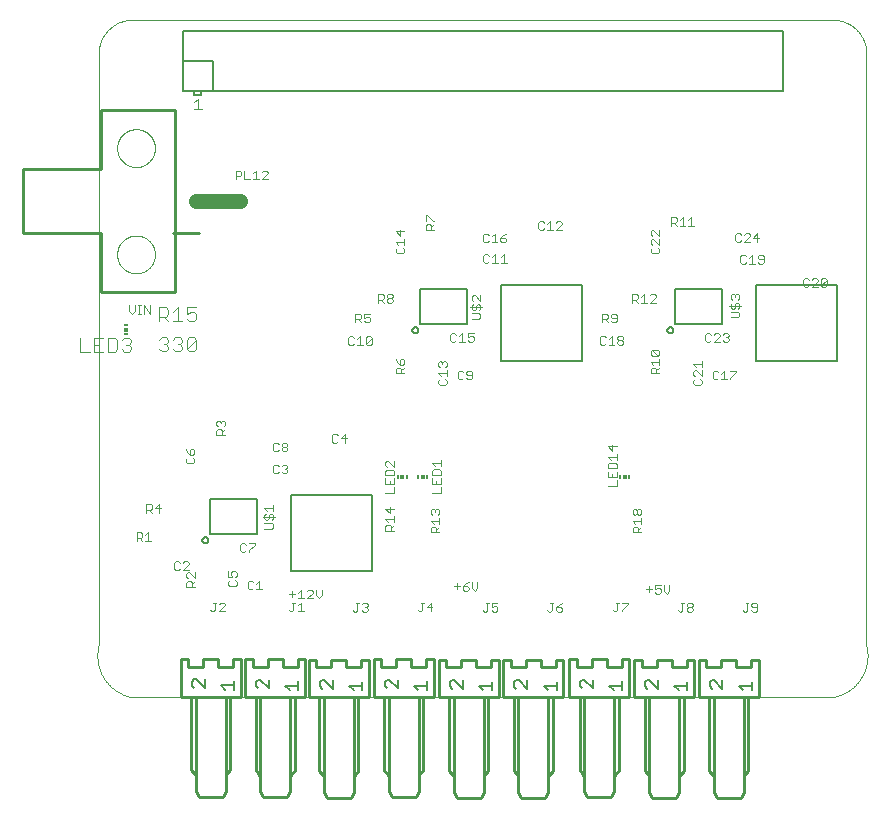
<source format=gto>
G75*
%MOIN*%
%OFA0B0*%
%FSLAX25Y25*%
%IPPOS*%
%LPD*%
%AMOC8*
5,1,8,0,0,1.08239X$1,22.5*
%
%ADD10C,0.00100*%
%ADD11C,0.00300*%
%ADD12C,0.00500*%
%ADD13C,0.00400*%
%ADD14C,0.05000*%
%ADD15C,0.01000*%
%ADD16C,0.00000*%
%ADD17C,0.00700*%
%ADD18R,0.00591X0.01181*%
%ADD19R,0.01181X0.01181*%
%ADD20R,0.01181X0.00591*%
D10*
X0038731Y0035000D02*
X0270731Y0035000D01*
X0271073Y0035045D01*
X0271413Y0035098D01*
X0271752Y0035160D01*
X0272090Y0035230D01*
X0272425Y0035309D01*
X0272759Y0035395D01*
X0273091Y0035490D01*
X0273420Y0035593D01*
X0273746Y0035704D01*
X0274070Y0035823D01*
X0274390Y0035949D01*
X0274708Y0036084D01*
X0275022Y0036226D01*
X0275332Y0036376D01*
X0275639Y0036534D01*
X0275941Y0036698D01*
X0276240Y0036871D01*
X0276534Y0037050D01*
X0276824Y0037237D01*
X0277109Y0037431D01*
X0277390Y0037632D01*
X0277665Y0037839D01*
X0277935Y0038053D01*
X0278200Y0038274D01*
X0278459Y0038501D01*
X0278713Y0038735D01*
X0278961Y0038974D01*
X0279203Y0039220D01*
X0279438Y0039471D01*
X0279668Y0039728D01*
X0279891Y0039991D01*
X0280108Y0040259D01*
X0280318Y0040532D01*
X0280522Y0040811D01*
X0280718Y0041094D01*
X0280908Y0041382D01*
X0281090Y0041674D01*
X0281265Y0041971D01*
X0281433Y0042272D01*
X0281593Y0042578D01*
X0281746Y0042887D01*
X0281891Y0043199D01*
X0282029Y0043515D01*
X0282159Y0043835D01*
X0282281Y0044157D01*
X0282395Y0044483D01*
X0282501Y0044811D01*
X0282599Y0045141D01*
X0282688Y0045474D01*
X0282770Y0045809D01*
X0282843Y0046146D01*
X0282908Y0046484D01*
X0282965Y0046824D01*
X0283014Y0047166D01*
X0283054Y0047508D01*
X0283085Y0047851D01*
X0283109Y0048195D01*
X0283123Y0048540D01*
X0283130Y0048884D01*
X0283128Y0049229D01*
X0283117Y0049574D01*
X0283098Y0049918D01*
X0283071Y0050261D01*
X0283035Y0050604D01*
X0282991Y0050946D01*
X0282938Y0051287D01*
X0282877Y0051626D01*
X0282808Y0051964D01*
X0282731Y0052300D01*
X0282731Y0248900D01*
X0282745Y0249176D01*
X0282753Y0249453D01*
X0282753Y0249729D01*
X0282747Y0250006D01*
X0282735Y0250282D01*
X0282715Y0250558D01*
X0282689Y0250834D01*
X0282656Y0251109D01*
X0282616Y0251382D01*
X0282569Y0251655D01*
X0282516Y0251927D01*
X0282457Y0252197D01*
X0282390Y0252466D01*
X0282317Y0252733D01*
X0282238Y0252998D01*
X0282152Y0253261D01*
X0282060Y0253521D01*
X0281961Y0253780D01*
X0281856Y0254036D01*
X0281745Y0254289D01*
X0281627Y0254540D01*
X0281504Y0254787D01*
X0281374Y0255032D01*
X0281239Y0255273D01*
X0281097Y0255511D01*
X0280950Y0255745D01*
X0280797Y0255976D01*
X0280639Y0256203D01*
X0280475Y0256426D01*
X0280305Y0256645D01*
X0280131Y0256859D01*
X0279951Y0257069D01*
X0279766Y0257275D01*
X0279576Y0257476D01*
X0279381Y0257673D01*
X0279182Y0257865D01*
X0278977Y0258051D01*
X0278769Y0258233D01*
X0278555Y0258409D01*
X0278338Y0258581D01*
X0278117Y0258746D01*
X0277891Y0258907D01*
X0277662Y0259062D01*
X0277429Y0259211D01*
X0277192Y0259354D01*
X0276952Y0259491D01*
X0276708Y0259623D01*
X0276462Y0259749D01*
X0276212Y0259868D01*
X0275960Y0259982D01*
X0275705Y0260089D01*
X0275447Y0260190D01*
X0275187Y0260284D01*
X0274925Y0260372D01*
X0274660Y0260454D01*
X0274394Y0260529D01*
X0274126Y0260598D01*
X0273856Y0260660D01*
X0273585Y0260715D01*
X0273313Y0260764D01*
X0273039Y0260806D01*
X0272765Y0260841D01*
X0272490Y0260870D01*
X0272214Y0260892D01*
X0271938Y0260907D01*
X0271661Y0260915D01*
X0271384Y0260917D01*
X0271108Y0260912D01*
X0270831Y0260900D01*
X0038831Y0260900D01*
X0038830Y0260900D02*
X0038554Y0260914D01*
X0038277Y0260922D01*
X0038001Y0260922D01*
X0037724Y0260916D01*
X0037448Y0260904D01*
X0037172Y0260884D01*
X0036896Y0260858D01*
X0036621Y0260825D01*
X0036348Y0260785D01*
X0036075Y0260738D01*
X0035803Y0260685D01*
X0035533Y0260626D01*
X0035264Y0260559D01*
X0034997Y0260486D01*
X0034732Y0260407D01*
X0034469Y0260321D01*
X0034209Y0260229D01*
X0033950Y0260130D01*
X0033694Y0260025D01*
X0033441Y0259914D01*
X0033190Y0259796D01*
X0032943Y0259673D01*
X0032698Y0259543D01*
X0032457Y0259408D01*
X0032219Y0259266D01*
X0031985Y0259119D01*
X0031754Y0258966D01*
X0031527Y0258808D01*
X0031304Y0258644D01*
X0031085Y0258474D01*
X0030871Y0258300D01*
X0030661Y0258120D01*
X0030455Y0257935D01*
X0030254Y0257745D01*
X0030057Y0257550D01*
X0029865Y0257351D01*
X0029679Y0257146D01*
X0029497Y0256938D01*
X0029321Y0256724D01*
X0029149Y0256507D01*
X0028984Y0256286D01*
X0028823Y0256060D01*
X0028668Y0255831D01*
X0028519Y0255598D01*
X0028376Y0255361D01*
X0028239Y0255121D01*
X0028107Y0254877D01*
X0027981Y0254631D01*
X0027862Y0254381D01*
X0027748Y0254129D01*
X0027641Y0253874D01*
X0027540Y0253616D01*
X0027446Y0253356D01*
X0027358Y0253094D01*
X0027276Y0252829D01*
X0027201Y0252563D01*
X0027132Y0252295D01*
X0027070Y0252025D01*
X0027015Y0251754D01*
X0026966Y0251482D01*
X0026924Y0251208D01*
X0026889Y0250934D01*
X0026860Y0250659D01*
X0026838Y0250383D01*
X0026823Y0250107D01*
X0026815Y0249830D01*
X0026813Y0249553D01*
X0026818Y0249277D01*
X0026830Y0249000D01*
X0026831Y0249000D02*
X0026831Y0052400D01*
X0026751Y0052064D01*
X0026680Y0051727D01*
X0026617Y0051387D01*
X0026562Y0051047D01*
X0026515Y0050705D01*
X0026477Y0050362D01*
X0026447Y0050018D01*
X0026426Y0049673D01*
X0026413Y0049328D01*
X0026409Y0048983D01*
X0026413Y0048638D01*
X0026426Y0048293D01*
X0026447Y0047949D01*
X0026476Y0047605D01*
X0026514Y0047262D01*
X0026560Y0046920D01*
X0026615Y0046579D01*
X0026678Y0046239D01*
X0026749Y0045902D01*
X0026828Y0045566D01*
X0026916Y0045232D01*
X0027012Y0044900D01*
X0027116Y0044571D01*
X0027228Y0044245D01*
X0027348Y0043921D01*
X0027476Y0043601D01*
X0027611Y0043283D01*
X0027755Y0042969D01*
X0027906Y0042659D01*
X0028064Y0042352D01*
X0028230Y0042050D01*
X0028404Y0041751D01*
X0028584Y0041457D01*
X0028772Y0041168D01*
X0028967Y0040883D01*
X0029169Y0040603D01*
X0029377Y0040328D01*
X0029592Y0040058D01*
X0029814Y0039793D01*
X0030042Y0039534D01*
X0030277Y0039281D01*
X0030518Y0039034D01*
X0030764Y0038792D01*
X0031017Y0038557D01*
X0031275Y0038328D01*
X0031538Y0038105D01*
X0031807Y0037889D01*
X0032082Y0037679D01*
X0032361Y0037476D01*
X0032645Y0037280D01*
X0032934Y0037092D01*
X0033227Y0036910D01*
X0033525Y0036735D01*
X0033827Y0036568D01*
X0034133Y0036409D01*
X0034443Y0036256D01*
X0034756Y0036112D01*
X0035073Y0035975D01*
X0035393Y0035846D01*
X0035717Y0035725D01*
X0036043Y0035612D01*
X0036372Y0035507D01*
X0036703Y0035410D01*
X0037036Y0035321D01*
X0037372Y0035240D01*
X0037709Y0035168D01*
X0038048Y0035104D01*
X0038389Y0035048D01*
X0038731Y0035000D01*
D11*
X0064566Y0063756D02*
X0065049Y0063756D01*
X0065533Y0064240D01*
X0065533Y0066658D01*
X0065049Y0066658D02*
X0066017Y0066658D01*
X0067028Y0066175D02*
X0067512Y0066658D01*
X0068480Y0066658D01*
X0068963Y0066175D01*
X0068963Y0065691D01*
X0067028Y0063756D01*
X0068963Y0063756D01*
X0064566Y0063756D02*
X0064082Y0064240D01*
X0058981Y0071850D02*
X0056078Y0071850D01*
X0056078Y0073301D01*
X0056562Y0073785D01*
X0057529Y0073785D01*
X0058013Y0073301D01*
X0058013Y0071850D01*
X0058013Y0072817D02*
X0058981Y0073785D01*
X0058981Y0074797D02*
X0057046Y0076731D01*
X0056562Y0076731D01*
X0056078Y0076248D01*
X0056078Y0075280D01*
X0056562Y0074797D01*
X0058981Y0074797D02*
X0058981Y0076731D01*
X0056862Y0077450D02*
X0054927Y0077450D01*
X0056862Y0079385D01*
X0056862Y0079869D01*
X0056378Y0080352D01*
X0055411Y0080352D01*
X0054927Y0079869D01*
X0053916Y0079869D02*
X0053432Y0080352D01*
X0052464Y0080352D01*
X0051981Y0079869D01*
X0051981Y0077934D01*
X0052464Y0077450D01*
X0053432Y0077450D01*
X0053916Y0077934D01*
X0044369Y0087150D02*
X0042434Y0087150D01*
X0043402Y0087150D02*
X0043402Y0090052D01*
X0042434Y0089085D01*
X0041423Y0089569D02*
X0041423Y0088601D01*
X0040939Y0088117D01*
X0039488Y0088117D01*
X0039488Y0087150D02*
X0039488Y0090052D01*
X0040939Y0090052D01*
X0041423Y0089569D01*
X0040455Y0088117D02*
X0041423Y0087150D01*
X0042688Y0096650D02*
X0042688Y0099552D01*
X0044139Y0099552D01*
X0044623Y0099069D01*
X0044623Y0098101D01*
X0044139Y0097617D01*
X0042688Y0097617D01*
X0043655Y0097617D02*
X0044623Y0096650D01*
X0045634Y0098101D02*
X0047569Y0098101D01*
X0047085Y0096650D02*
X0047085Y0099552D01*
X0045634Y0098101D01*
X0056262Y0113050D02*
X0058197Y0113050D01*
X0058681Y0113534D01*
X0058681Y0114501D01*
X0058197Y0114985D01*
X0058197Y0115997D02*
X0058681Y0116480D01*
X0058681Y0117448D01*
X0058197Y0117931D01*
X0057713Y0117931D01*
X0057229Y0117448D01*
X0057229Y0115997D01*
X0058197Y0115997D01*
X0057229Y0115997D02*
X0056262Y0116964D01*
X0055778Y0117931D01*
X0056262Y0114985D02*
X0055778Y0114501D01*
X0055778Y0113534D01*
X0056262Y0113050D01*
X0066078Y0122450D02*
X0066078Y0123901D01*
X0066562Y0124385D01*
X0067529Y0124385D01*
X0068013Y0123901D01*
X0068013Y0122450D01*
X0068013Y0123417D02*
X0068981Y0124385D01*
X0068497Y0125397D02*
X0068981Y0125880D01*
X0068981Y0126848D01*
X0068497Y0127331D01*
X0068013Y0127331D01*
X0067529Y0126848D01*
X0067529Y0126364D01*
X0067529Y0126848D02*
X0067046Y0127331D01*
X0066562Y0127331D01*
X0066078Y0126848D01*
X0066078Y0125880D01*
X0066562Y0125397D01*
X0066078Y0122450D02*
X0068981Y0122450D01*
X0084881Y0119469D02*
X0084881Y0117534D01*
X0085364Y0117050D01*
X0086332Y0117050D01*
X0086816Y0117534D01*
X0087827Y0117534D02*
X0087827Y0118017D01*
X0088311Y0118501D01*
X0089278Y0118501D01*
X0089762Y0118017D01*
X0089762Y0117534D01*
X0089278Y0117050D01*
X0088311Y0117050D01*
X0087827Y0117534D01*
X0088311Y0118501D02*
X0087827Y0118985D01*
X0087827Y0119469D01*
X0088311Y0119952D01*
X0089278Y0119952D01*
X0089762Y0119469D01*
X0089762Y0118985D01*
X0089278Y0118501D01*
X0086816Y0119469D02*
X0086332Y0119952D01*
X0085364Y0119952D01*
X0084881Y0119469D01*
X0085364Y0112652D02*
X0084881Y0112169D01*
X0084881Y0110234D01*
X0085364Y0109750D01*
X0086332Y0109750D01*
X0086816Y0110234D01*
X0087827Y0110234D02*
X0088311Y0109750D01*
X0089278Y0109750D01*
X0089762Y0110234D01*
X0089762Y0110717D01*
X0089278Y0111201D01*
X0088795Y0111201D01*
X0089278Y0111201D02*
X0089762Y0111685D01*
X0089762Y0112169D01*
X0089278Y0112652D01*
X0088311Y0112652D01*
X0087827Y0112169D01*
X0086816Y0112169D02*
X0086332Y0112652D01*
X0085364Y0112652D01*
X0084981Y0099138D02*
X0084981Y0097203D01*
X0084981Y0098171D02*
X0082078Y0098171D01*
X0083046Y0097203D01*
X0082562Y0096192D02*
X0082078Y0095708D01*
X0082078Y0094741D01*
X0082562Y0094257D01*
X0083046Y0094257D01*
X0083529Y0094741D01*
X0083529Y0095708D01*
X0084013Y0096192D01*
X0084497Y0096192D01*
X0084981Y0095708D01*
X0084981Y0094741D01*
X0084497Y0094257D01*
X0084497Y0093245D02*
X0082078Y0093245D01*
X0082078Y0091310D02*
X0084497Y0091310D01*
X0084981Y0091794D01*
X0084981Y0092762D01*
X0084497Y0093245D01*
X0085464Y0095224D02*
X0081594Y0095224D01*
X0078862Y0086452D02*
X0078862Y0085969D01*
X0076927Y0084034D01*
X0076927Y0083550D01*
X0075916Y0084034D02*
X0075432Y0083550D01*
X0074464Y0083550D01*
X0073981Y0084034D01*
X0073981Y0085969D01*
X0074464Y0086452D01*
X0075432Y0086452D01*
X0075916Y0085969D01*
X0076927Y0086452D02*
X0078862Y0086452D01*
X0072397Y0077038D02*
X0072881Y0076555D01*
X0072881Y0075587D01*
X0072397Y0075103D01*
X0071429Y0075103D02*
X0070946Y0076071D01*
X0070946Y0076555D01*
X0071429Y0077038D01*
X0072397Y0077038D01*
X0071429Y0075103D02*
X0069978Y0075103D01*
X0069978Y0077038D01*
X0070462Y0074092D02*
X0069978Y0073608D01*
X0069978Y0072641D01*
X0070462Y0072157D01*
X0072397Y0072157D01*
X0072881Y0072641D01*
X0072881Y0073608D01*
X0072397Y0074092D01*
X0076481Y0073469D02*
X0076481Y0071534D01*
X0076964Y0071050D01*
X0077932Y0071050D01*
X0078416Y0071534D01*
X0079427Y0071050D02*
X0081362Y0071050D01*
X0080395Y0071050D02*
X0080395Y0073952D01*
X0079427Y0072985D01*
X0078416Y0073469D02*
X0077932Y0073952D01*
X0076964Y0073952D01*
X0076481Y0073469D01*
X0090381Y0069501D02*
X0092316Y0069501D01*
X0093327Y0069985D02*
X0094295Y0070952D01*
X0094295Y0068050D01*
X0095262Y0068050D02*
X0093327Y0068050D01*
X0094196Y0066658D02*
X0094196Y0063756D01*
X0095163Y0063756D02*
X0093228Y0063756D01*
X0091733Y0064240D02*
X0091249Y0063756D01*
X0090766Y0063756D01*
X0090282Y0064240D01*
X0091733Y0064240D02*
X0091733Y0066658D01*
X0091249Y0066658D02*
X0092217Y0066658D01*
X0093228Y0065691D02*
X0094196Y0066658D01*
X0096274Y0068050D02*
X0098209Y0069985D01*
X0098209Y0070469D01*
X0097725Y0070952D01*
X0096757Y0070952D01*
X0096274Y0070469D01*
X0096274Y0068050D02*
X0098209Y0068050D01*
X0099220Y0069017D02*
X0100188Y0068050D01*
X0101155Y0069017D01*
X0101155Y0070952D01*
X0099220Y0070952D02*
X0099220Y0069017D01*
X0091348Y0068534D02*
X0091348Y0070469D01*
X0111582Y0064140D02*
X0112066Y0063656D01*
X0112549Y0063656D01*
X0113033Y0064140D01*
X0113033Y0066558D01*
X0112549Y0066558D02*
X0113517Y0066558D01*
X0114528Y0066075D02*
X0115012Y0066558D01*
X0115980Y0066558D01*
X0116463Y0066075D01*
X0116463Y0065591D01*
X0115980Y0065107D01*
X0116463Y0064623D01*
X0116463Y0064140D01*
X0115980Y0063656D01*
X0115012Y0063656D01*
X0114528Y0064140D01*
X0115496Y0065107D02*
X0115980Y0065107D01*
X0133182Y0064240D02*
X0133666Y0063756D01*
X0134149Y0063756D01*
X0134633Y0064240D01*
X0134633Y0066658D01*
X0134149Y0066658D02*
X0135117Y0066658D01*
X0136128Y0065207D02*
X0137580Y0066658D01*
X0137580Y0063756D01*
X0138063Y0065207D02*
X0136128Y0065207D01*
X0145281Y0072101D02*
X0147216Y0072101D01*
X0148227Y0072101D02*
X0149678Y0072101D01*
X0150162Y0071617D01*
X0150162Y0071134D01*
X0149678Y0070650D01*
X0148711Y0070650D01*
X0148227Y0071134D01*
X0148227Y0072101D01*
X0149195Y0073069D01*
X0150162Y0073552D01*
X0151174Y0073552D02*
X0151174Y0071617D01*
X0152141Y0070650D01*
X0153109Y0071617D01*
X0153109Y0073552D01*
X0146248Y0073069D02*
X0146248Y0071134D01*
X0155849Y0066558D02*
X0156817Y0066558D01*
X0156333Y0066558D02*
X0156333Y0064140D01*
X0155849Y0063656D01*
X0155366Y0063656D01*
X0154882Y0064140D01*
X0157828Y0064140D02*
X0158312Y0063656D01*
X0159280Y0063656D01*
X0159763Y0064140D01*
X0159763Y0065107D01*
X0159280Y0065591D01*
X0158796Y0065591D01*
X0157828Y0065107D01*
X0157828Y0066558D01*
X0159763Y0066558D01*
X0176382Y0064040D02*
X0176866Y0063556D01*
X0177349Y0063556D01*
X0177833Y0064040D01*
X0177833Y0066458D01*
X0177349Y0066458D02*
X0178317Y0066458D01*
X0179328Y0065007D02*
X0180780Y0065007D01*
X0181263Y0064523D01*
X0181263Y0064040D01*
X0180780Y0063556D01*
X0179812Y0063556D01*
X0179328Y0064040D01*
X0179328Y0065007D01*
X0180296Y0065975D01*
X0181263Y0066458D01*
X0198282Y0064240D02*
X0198766Y0063756D01*
X0199249Y0063756D01*
X0199733Y0064240D01*
X0199733Y0066658D01*
X0199249Y0066658D02*
X0200217Y0066658D01*
X0201228Y0066658D02*
X0203163Y0066658D01*
X0203163Y0066175D01*
X0201228Y0064240D01*
X0201228Y0063756D01*
X0209281Y0071101D02*
X0211216Y0071101D01*
X0212227Y0071101D02*
X0213195Y0071585D01*
X0213678Y0071585D01*
X0214162Y0071101D01*
X0214162Y0070134D01*
X0213678Y0069650D01*
X0212711Y0069650D01*
X0212227Y0070134D01*
X0212227Y0071101D02*
X0212227Y0072552D01*
X0214162Y0072552D01*
X0215174Y0072552D02*
X0215174Y0070617D01*
X0216141Y0069650D01*
X0217109Y0070617D01*
X0217109Y0072552D01*
X0210248Y0072069D02*
X0210248Y0070134D01*
X0220949Y0066558D02*
X0221917Y0066558D01*
X0221433Y0066558D02*
X0221433Y0064140D01*
X0220949Y0063656D01*
X0220466Y0063656D01*
X0219982Y0064140D01*
X0222928Y0064140D02*
X0223412Y0063656D01*
X0224380Y0063656D01*
X0224863Y0064140D01*
X0224863Y0064623D01*
X0224380Y0065107D01*
X0223412Y0065107D01*
X0222928Y0065591D01*
X0222928Y0066075D01*
X0223412Y0066558D01*
X0224380Y0066558D01*
X0224863Y0066075D01*
X0224863Y0065591D01*
X0224380Y0065107D01*
X0223412Y0065107D02*
X0222928Y0064623D01*
X0222928Y0064140D01*
X0241482Y0064140D02*
X0241966Y0063656D01*
X0242449Y0063656D01*
X0242933Y0064140D01*
X0242933Y0066558D01*
X0242449Y0066558D02*
X0243417Y0066558D01*
X0244428Y0066075D02*
X0244912Y0066558D01*
X0245880Y0066558D01*
X0246363Y0066075D01*
X0246363Y0064140D01*
X0245880Y0063656D01*
X0244912Y0063656D01*
X0244428Y0064140D01*
X0244912Y0065107D02*
X0246363Y0065107D01*
X0244912Y0065107D02*
X0244428Y0065591D01*
X0244428Y0066075D01*
X0207681Y0090010D02*
X0204778Y0090010D01*
X0204778Y0091462D01*
X0205262Y0091945D01*
X0206229Y0091945D01*
X0206713Y0091462D01*
X0206713Y0090010D01*
X0206713Y0090978D02*
X0207681Y0091945D01*
X0207681Y0092957D02*
X0207681Y0094892D01*
X0207681Y0093924D02*
X0204778Y0093924D01*
X0205746Y0092957D01*
X0205746Y0095903D02*
X0205262Y0095903D01*
X0204778Y0096387D01*
X0204778Y0097355D01*
X0205262Y0097838D01*
X0205746Y0097838D01*
X0206229Y0097355D01*
X0206229Y0096387D01*
X0205746Y0095903D01*
X0206229Y0096387D02*
X0206713Y0095903D01*
X0207197Y0095903D01*
X0207681Y0096387D01*
X0207681Y0097355D01*
X0207197Y0097838D01*
X0206713Y0097838D01*
X0206229Y0097355D01*
X0199481Y0105450D02*
X0199481Y0107385D01*
X0199481Y0108397D02*
X0199481Y0110331D01*
X0199481Y0111343D02*
X0199481Y0112794D01*
X0198997Y0113278D01*
X0197062Y0113278D01*
X0196578Y0112794D01*
X0196578Y0111343D01*
X0199481Y0111343D01*
X0198029Y0109364D02*
X0198029Y0108397D01*
X0196578Y0108397D02*
X0199481Y0108397D01*
X0196578Y0108397D02*
X0196578Y0110331D01*
X0197546Y0114290D02*
X0196578Y0115257D01*
X0199481Y0115257D01*
X0199481Y0114290D02*
X0199481Y0116225D01*
X0198029Y0117236D02*
X0198029Y0119171D01*
X0196578Y0118687D02*
X0198029Y0117236D01*
X0199481Y0118687D02*
X0196578Y0118687D01*
X0196578Y0105450D02*
X0199481Y0105450D01*
X0225462Y0139210D02*
X0224978Y0139694D01*
X0224978Y0140662D01*
X0225462Y0141145D01*
X0225462Y0142157D02*
X0224978Y0142641D01*
X0224978Y0143608D01*
X0225462Y0144092D01*
X0225946Y0144092D01*
X0227881Y0142157D01*
X0227881Y0144092D01*
X0227881Y0145103D02*
X0227881Y0147038D01*
X0227881Y0146071D02*
X0224978Y0146071D01*
X0225946Y0145103D01*
X0227397Y0141145D02*
X0227881Y0140662D01*
X0227881Y0139694D01*
X0227397Y0139210D01*
X0225462Y0139210D01*
X0231481Y0141534D02*
X0231964Y0141050D01*
X0232932Y0141050D01*
X0233416Y0141534D01*
X0234427Y0141050D02*
X0236362Y0141050D01*
X0235395Y0141050D02*
X0235395Y0143952D01*
X0234427Y0142985D01*
X0233416Y0143469D02*
X0232932Y0143952D01*
X0231964Y0143952D01*
X0231481Y0143469D01*
X0231481Y0141534D01*
X0237374Y0141534D02*
X0237374Y0141050D01*
X0237374Y0141534D02*
X0239309Y0143469D01*
X0239309Y0143952D01*
X0237374Y0143952D01*
X0236325Y0153550D02*
X0235357Y0153550D01*
X0234874Y0154034D01*
X0233862Y0153550D02*
X0231927Y0153550D01*
X0233862Y0155485D01*
X0233862Y0155969D01*
X0233378Y0156452D01*
X0232411Y0156452D01*
X0231927Y0155969D01*
X0230916Y0155969D02*
X0230432Y0156452D01*
X0229464Y0156452D01*
X0228981Y0155969D01*
X0228981Y0154034D01*
X0229464Y0153550D01*
X0230432Y0153550D01*
X0230916Y0154034D01*
X0234874Y0155969D02*
X0235357Y0156452D01*
X0236325Y0156452D01*
X0236809Y0155969D01*
X0236809Y0155485D01*
X0236325Y0155001D01*
X0236809Y0154517D01*
X0236809Y0154034D01*
X0236325Y0153550D01*
X0236325Y0155001D02*
X0235841Y0155001D01*
X0237478Y0161710D02*
X0239897Y0161710D01*
X0240381Y0162194D01*
X0240381Y0163162D01*
X0239897Y0163645D01*
X0237478Y0163645D01*
X0237962Y0164657D02*
X0237478Y0165141D01*
X0237478Y0166108D01*
X0237962Y0166592D01*
X0237962Y0167603D02*
X0237478Y0168087D01*
X0237478Y0169055D01*
X0237962Y0169538D01*
X0238446Y0169538D01*
X0238929Y0169055D01*
X0239413Y0169538D01*
X0239897Y0169538D01*
X0240381Y0169055D01*
X0240381Y0168087D01*
X0239897Y0167603D01*
X0239897Y0166592D02*
X0239413Y0166592D01*
X0238929Y0166108D01*
X0238929Y0165141D01*
X0238446Y0164657D01*
X0237962Y0164657D01*
X0236994Y0165624D02*
X0240864Y0165624D01*
X0240381Y0165141D02*
X0240381Y0166108D01*
X0239897Y0166592D01*
X0240381Y0165141D02*
X0239897Y0164657D01*
X0238929Y0168571D02*
X0238929Y0169055D01*
X0241164Y0179650D02*
X0242132Y0179650D01*
X0242616Y0180134D01*
X0243627Y0179650D02*
X0245562Y0179650D01*
X0244595Y0179650D02*
X0244595Y0182552D01*
X0243627Y0181585D01*
X0242616Y0182069D02*
X0242132Y0182552D01*
X0241164Y0182552D01*
X0240681Y0182069D01*
X0240681Y0180134D01*
X0241164Y0179650D01*
X0246574Y0180134D02*
X0247057Y0179650D01*
X0248025Y0179650D01*
X0248509Y0180134D01*
X0248509Y0182069D01*
X0248025Y0182552D01*
X0247057Y0182552D01*
X0246574Y0182069D01*
X0246574Y0181585D01*
X0247057Y0181101D01*
X0248509Y0181101D01*
X0246425Y0186850D02*
X0246425Y0189752D01*
X0244974Y0188301D01*
X0246909Y0188301D01*
X0243962Y0188785D02*
X0243962Y0189269D01*
X0243478Y0189752D01*
X0242511Y0189752D01*
X0242027Y0189269D01*
X0241016Y0189269D02*
X0240532Y0189752D01*
X0239564Y0189752D01*
X0239081Y0189269D01*
X0239081Y0187334D01*
X0239564Y0186850D01*
X0240532Y0186850D01*
X0241016Y0187334D01*
X0242027Y0186850D02*
X0243962Y0188785D01*
X0243962Y0186850D02*
X0242027Y0186850D01*
X0225369Y0192250D02*
X0223434Y0192250D01*
X0224402Y0192250D02*
X0224402Y0195152D01*
X0223434Y0194185D01*
X0222423Y0192250D02*
X0220488Y0192250D01*
X0221455Y0192250D02*
X0221455Y0195152D01*
X0220488Y0194185D01*
X0219476Y0194669D02*
X0219476Y0193701D01*
X0218992Y0193217D01*
X0217541Y0193217D01*
X0217541Y0192250D02*
X0217541Y0195152D01*
X0218992Y0195152D01*
X0219476Y0194669D01*
X0218509Y0193217D02*
X0219476Y0192250D01*
X0213681Y0190878D02*
X0213681Y0188943D01*
X0211746Y0190878D01*
X0211262Y0190878D01*
X0210778Y0190394D01*
X0210778Y0189427D01*
X0211262Y0188943D01*
X0211262Y0187931D02*
X0210778Y0187448D01*
X0210778Y0186480D01*
X0211262Y0185997D01*
X0211262Y0184985D02*
X0210778Y0184501D01*
X0210778Y0183534D01*
X0211262Y0183050D01*
X0213197Y0183050D01*
X0213681Y0183534D01*
X0213681Y0184501D01*
X0213197Y0184985D01*
X0213681Y0185997D02*
X0211746Y0187931D01*
X0211262Y0187931D01*
X0213681Y0187931D02*
X0213681Y0185997D01*
X0211985Y0169552D02*
X0211018Y0169552D01*
X0210534Y0169069D01*
X0211985Y0169552D02*
X0212469Y0169069D01*
X0212469Y0168585D01*
X0210534Y0166650D01*
X0212469Y0166650D01*
X0209523Y0166650D02*
X0207588Y0166650D01*
X0208555Y0166650D02*
X0208555Y0169552D01*
X0207588Y0168585D01*
X0206576Y0169069D02*
X0206576Y0168101D01*
X0206092Y0167617D01*
X0204641Y0167617D01*
X0204641Y0166650D02*
X0204641Y0169552D01*
X0206092Y0169552D01*
X0206576Y0169069D01*
X0205609Y0167617D02*
X0206576Y0166650D01*
X0199469Y0162469D02*
X0199469Y0160534D01*
X0198985Y0160050D01*
X0198018Y0160050D01*
X0197534Y0160534D01*
X0198018Y0161501D02*
X0199469Y0161501D01*
X0199469Y0162469D02*
X0198985Y0162952D01*
X0198018Y0162952D01*
X0197534Y0162469D01*
X0197534Y0161985D01*
X0198018Y0161501D01*
X0196523Y0161501D02*
X0196039Y0161017D01*
X0194588Y0161017D01*
X0194588Y0160050D02*
X0194588Y0162952D01*
X0196039Y0162952D01*
X0196523Y0162469D01*
X0196523Y0161501D01*
X0195555Y0161017D02*
X0196523Y0160050D01*
X0195332Y0155552D02*
X0194364Y0155552D01*
X0193881Y0155069D01*
X0193881Y0153134D01*
X0194364Y0152650D01*
X0195332Y0152650D01*
X0195816Y0153134D01*
X0196827Y0152650D02*
X0198762Y0152650D01*
X0197795Y0152650D02*
X0197795Y0155552D01*
X0196827Y0154585D01*
X0195816Y0155069D02*
X0195332Y0155552D01*
X0199774Y0155069D02*
X0199774Y0154585D01*
X0200257Y0154101D01*
X0201225Y0154101D01*
X0201709Y0153617D01*
X0201709Y0153134D01*
X0201225Y0152650D01*
X0200257Y0152650D01*
X0199774Y0153134D01*
X0199774Y0153617D01*
X0200257Y0154101D01*
X0201225Y0154101D02*
X0201709Y0154585D01*
X0201709Y0155069D01*
X0201225Y0155552D01*
X0200257Y0155552D01*
X0199774Y0155069D01*
X0210778Y0150394D02*
X0211262Y0150878D01*
X0213197Y0148943D01*
X0213681Y0149427D01*
X0213681Y0150394D01*
X0213197Y0150878D01*
X0211262Y0150878D01*
X0210778Y0150394D02*
X0210778Y0149427D01*
X0211262Y0148943D01*
X0213197Y0148943D01*
X0213681Y0147931D02*
X0213681Y0145997D01*
X0213681Y0146964D02*
X0210778Y0146964D01*
X0211746Y0145997D01*
X0212229Y0144985D02*
X0212713Y0144501D01*
X0212713Y0143050D01*
X0212713Y0144017D02*
X0213681Y0144985D01*
X0212229Y0144985D02*
X0211262Y0144985D01*
X0210778Y0144501D01*
X0210778Y0143050D01*
X0213681Y0143050D01*
X0261641Y0172334D02*
X0262125Y0171850D01*
X0263092Y0171850D01*
X0263576Y0172334D01*
X0264588Y0171850D02*
X0266523Y0173785D01*
X0266523Y0174269D01*
X0266039Y0174752D01*
X0265071Y0174752D01*
X0264588Y0174269D01*
X0263576Y0174269D02*
X0263092Y0174752D01*
X0262125Y0174752D01*
X0261641Y0174269D01*
X0261641Y0172334D01*
X0264588Y0171850D02*
X0266523Y0171850D01*
X0267534Y0172334D02*
X0269469Y0174269D01*
X0269469Y0172334D01*
X0268985Y0171850D01*
X0268018Y0171850D01*
X0267534Y0172334D01*
X0267534Y0174269D01*
X0268018Y0174752D01*
X0268985Y0174752D01*
X0269469Y0174269D01*
X0181169Y0190850D02*
X0179234Y0190850D01*
X0181169Y0192785D01*
X0181169Y0193269D01*
X0180685Y0193752D01*
X0179718Y0193752D01*
X0179234Y0193269D01*
X0177255Y0193752D02*
X0177255Y0190850D01*
X0176288Y0190850D02*
X0178223Y0190850D01*
X0176288Y0192785D02*
X0177255Y0193752D01*
X0175276Y0193269D02*
X0174792Y0193752D01*
X0173825Y0193752D01*
X0173341Y0193269D01*
X0173341Y0191334D01*
X0173825Y0190850D01*
X0174792Y0190850D01*
X0175276Y0191334D01*
X0162709Y0189652D02*
X0161741Y0189169D01*
X0160774Y0188201D01*
X0162225Y0188201D01*
X0162709Y0187717D01*
X0162709Y0187234D01*
X0162225Y0186750D01*
X0161257Y0186750D01*
X0160774Y0187234D01*
X0160774Y0188201D01*
X0159762Y0186750D02*
X0157827Y0186750D01*
X0158795Y0186750D02*
X0158795Y0189652D01*
X0157827Y0188685D01*
X0156816Y0189169D02*
X0156332Y0189652D01*
X0155364Y0189652D01*
X0154881Y0189169D01*
X0154881Y0187234D01*
X0155364Y0186750D01*
X0156332Y0186750D01*
X0156816Y0187234D01*
X0156432Y0182752D02*
X0155464Y0182752D01*
X0154981Y0182269D01*
X0154981Y0180334D01*
X0155464Y0179850D01*
X0156432Y0179850D01*
X0156916Y0180334D01*
X0157927Y0179850D02*
X0159862Y0179850D01*
X0158895Y0179850D02*
X0158895Y0182752D01*
X0157927Y0181785D01*
X0156916Y0182269D02*
X0156432Y0182752D01*
X0160874Y0181785D02*
X0161841Y0182752D01*
X0161841Y0179850D01*
X0160874Y0179850D02*
X0162809Y0179850D01*
X0154081Y0169038D02*
X0154081Y0167103D01*
X0152146Y0169038D01*
X0151662Y0169038D01*
X0151178Y0168555D01*
X0151178Y0167587D01*
X0151662Y0167103D01*
X0151662Y0166092D02*
X0151178Y0165608D01*
X0151178Y0164641D01*
X0151662Y0164157D01*
X0152146Y0164157D01*
X0152629Y0164641D01*
X0152629Y0165608D01*
X0153113Y0166092D01*
X0153597Y0166092D01*
X0154081Y0165608D01*
X0154081Y0164641D01*
X0153597Y0164157D01*
X0153597Y0163145D02*
X0151178Y0163145D01*
X0151178Y0161210D02*
X0153597Y0161210D01*
X0154081Y0161694D01*
X0154081Y0162662D01*
X0153597Y0163145D01*
X0154564Y0165124D02*
X0150694Y0165124D01*
X0149874Y0156452D02*
X0149874Y0155001D01*
X0150841Y0155485D01*
X0151325Y0155485D01*
X0151809Y0155001D01*
X0151809Y0154034D01*
X0151325Y0153550D01*
X0150357Y0153550D01*
X0149874Y0154034D01*
X0148862Y0153550D02*
X0146927Y0153550D01*
X0147895Y0153550D02*
X0147895Y0156452D01*
X0146927Y0155485D01*
X0145916Y0155969D02*
X0145432Y0156452D01*
X0144464Y0156452D01*
X0143981Y0155969D01*
X0143981Y0154034D01*
X0144464Y0153550D01*
X0145432Y0153550D01*
X0145916Y0154034D01*
X0149874Y0156452D02*
X0151809Y0156452D01*
X0142397Y0147038D02*
X0142881Y0146555D01*
X0142881Y0145587D01*
X0142397Y0145103D01*
X0142881Y0144092D02*
X0142881Y0142157D01*
X0142881Y0143124D02*
X0139978Y0143124D01*
X0140946Y0142157D01*
X0140462Y0141145D02*
X0139978Y0140662D01*
X0139978Y0139694D01*
X0140462Y0139210D01*
X0142397Y0139210D01*
X0142881Y0139694D01*
X0142881Y0140662D01*
X0142397Y0141145D01*
X0146481Y0141534D02*
X0146964Y0141050D01*
X0147932Y0141050D01*
X0148416Y0141534D01*
X0149427Y0141534D02*
X0149911Y0141050D01*
X0150878Y0141050D01*
X0151362Y0141534D01*
X0151362Y0143469D01*
X0150878Y0143952D01*
X0149911Y0143952D01*
X0149427Y0143469D01*
X0149427Y0142985D01*
X0149911Y0142501D01*
X0151362Y0142501D01*
X0148416Y0143469D02*
X0147932Y0143952D01*
X0146964Y0143952D01*
X0146481Y0143469D01*
X0146481Y0141534D01*
X0141429Y0146071D02*
X0141429Y0146555D01*
X0141913Y0147038D01*
X0142397Y0147038D01*
X0141429Y0146555D02*
X0140946Y0147038D01*
X0140462Y0147038D01*
X0139978Y0146555D01*
X0139978Y0145587D01*
X0140462Y0145103D01*
X0128681Y0144985D02*
X0127713Y0144017D01*
X0127713Y0144501D02*
X0127713Y0143050D01*
X0128681Y0143050D02*
X0125778Y0143050D01*
X0125778Y0144501D01*
X0126262Y0144985D01*
X0127229Y0144985D01*
X0127713Y0144501D01*
X0127229Y0145997D02*
X0127229Y0147448D01*
X0127713Y0147931D01*
X0128197Y0147931D01*
X0128681Y0147448D01*
X0128681Y0146480D01*
X0128197Y0145997D01*
X0127229Y0145997D01*
X0126262Y0146964D01*
X0125778Y0147931D01*
X0117809Y0152934D02*
X0117325Y0152450D01*
X0116357Y0152450D01*
X0115874Y0152934D01*
X0117809Y0154869D01*
X0117809Y0152934D01*
X0117809Y0154869D02*
X0117325Y0155352D01*
X0116357Y0155352D01*
X0115874Y0154869D01*
X0115874Y0152934D01*
X0114862Y0152450D02*
X0112927Y0152450D01*
X0113895Y0152450D02*
X0113895Y0155352D01*
X0112927Y0154385D01*
X0111916Y0154869D02*
X0111432Y0155352D01*
X0110464Y0155352D01*
X0109981Y0154869D01*
X0109981Y0152934D01*
X0110464Y0152450D01*
X0111432Y0152450D01*
X0111916Y0152934D01*
X0112388Y0160050D02*
X0112388Y0162952D01*
X0113839Y0162952D01*
X0114323Y0162469D01*
X0114323Y0161501D01*
X0113839Y0161017D01*
X0112388Y0161017D01*
X0113355Y0161017D02*
X0114323Y0160050D01*
X0115334Y0160534D02*
X0115818Y0160050D01*
X0116785Y0160050D01*
X0117269Y0160534D01*
X0117269Y0161501D01*
X0116785Y0161985D01*
X0116302Y0161985D01*
X0115334Y0161501D01*
X0115334Y0162952D01*
X0117269Y0162952D01*
X0119988Y0166650D02*
X0119988Y0169552D01*
X0121439Y0169552D01*
X0121923Y0169069D01*
X0121923Y0168101D01*
X0121439Y0167617D01*
X0119988Y0167617D01*
X0120955Y0167617D02*
X0121923Y0166650D01*
X0122934Y0167134D02*
X0122934Y0167617D01*
X0123418Y0168101D01*
X0124385Y0168101D01*
X0124869Y0167617D01*
X0124869Y0167134D01*
X0124385Y0166650D01*
X0123418Y0166650D01*
X0122934Y0167134D01*
X0123418Y0168101D02*
X0122934Y0168585D01*
X0122934Y0169069D01*
X0123418Y0169552D01*
X0124385Y0169552D01*
X0124869Y0169069D01*
X0124869Y0168585D01*
X0124385Y0168101D01*
X0126262Y0183050D02*
X0128197Y0183050D01*
X0128681Y0183534D01*
X0128681Y0184501D01*
X0128197Y0184985D01*
X0128681Y0185997D02*
X0128681Y0187931D01*
X0128681Y0186964D02*
X0125778Y0186964D01*
X0126746Y0185997D01*
X0126262Y0184985D02*
X0125778Y0184501D01*
X0125778Y0183534D01*
X0126262Y0183050D01*
X0127229Y0188943D02*
X0125778Y0190394D01*
X0128681Y0190394D01*
X0127229Y0190878D02*
X0127229Y0188943D01*
X0135778Y0190850D02*
X0135778Y0192301D01*
X0136262Y0192785D01*
X0137229Y0192785D01*
X0137713Y0192301D01*
X0137713Y0190850D01*
X0137713Y0191817D02*
X0138681Y0192785D01*
X0138681Y0193797D02*
X0138197Y0193797D01*
X0136262Y0195731D01*
X0135778Y0195731D01*
X0135778Y0193797D01*
X0135778Y0190850D02*
X0138681Y0190850D01*
X0083225Y0207753D02*
X0081290Y0207753D01*
X0083225Y0209688D01*
X0083225Y0210172D01*
X0082742Y0210656D01*
X0081774Y0210656D01*
X0081290Y0210172D01*
X0079311Y0210656D02*
X0079311Y0207753D01*
X0078344Y0207753D02*
X0080279Y0207753D01*
X0078344Y0209688D02*
X0079311Y0210656D01*
X0077332Y0207753D02*
X0075397Y0207753D01*
X0075397Y0210656D01*
X0074386Y0210172D02*
X0074386Y0209204D01*
X0073902Y0208721D01*
X0072451Y0208721D01*
X0072451Y0207753D02*
X0072451Y0210656D01*
X0073902Y0210656D01*
X0074386Y0210172D01*
X0043827Y0165752D02*
X0043827Y0162850D01*
X0041892Y0165752D01*
X0041892Y0162850D01*
X0040895Y0162850D02*
X0039927Y0162850D01*
X0040411Y0162850D02*
X0040411Y0165752D01*
X0039927Y0165752D02*
X0040895Y0165752D01*
X0038916Y0165752D02*
X0038916Y0163817D01*
X0037948Y0162850D01*
X0036981Y0163817D01*
X0036981Y0165752D01*
X0104588Y0122369D02*
X0104588Y0120434D01*
X0105071Y0119950D01*
X0106039Y0119950D01*
X0106523Y0120434D01*
X0107534Y0121401D02*
X0109469Y0121401D01*
X0108985Y0119950D02*
X0108985Y0122852D01*
X0107534Y0121401D01*
X0106523Y0122369D02*
X0106039Y0122852D01*
X0105071Y0122852D01*
X0104588Y0122369D01*
X0122378Y0113441D02*
X0122378Y0112473D01*
X0122862Y0111990D01*
X0122862Y0110978D02*
X0122378Y0110494D01*
X0122378Y0109043D01*
X0125281Y0109043D01*
X0125281Y0110494D01*
X0124797Y0110978D01*
X0122862Y0110978D01*
X0122378Y0113441D02*
X0122862Y0113925D01*
X0123346Y0113925D01*
X0125281Y0111990D01*
X0125281Y0113925D01*
X0125281Y0108031D02*
X0125281Y0106097D01*
X0122378Y0106097D01*
X0122378Y0108031D01*
X0123829Y0107064D02*
X0123829Y0106097D01*
X0125281Y0105085D02*
X0125281Y0103150D01*
X0122378Y0103150D01*
X0123829Y0098438D02*
X0123829Y0096503D01*
X0122378Y0097955D01*
X0125281Y0097955D01*
X0125281Y0095492D02*
X0125281Y0093557D01*
X0125281Y0094524D02*
X0122378Y0094524D01*
X0123346Y0093557D01*
X0122862Y0092545D02*
X0123829Y0092545D01*
X0124313Y0092062D01*
X0124313Y0090610D01*
X0125281Y0090610D02*
X0122378Y0090610D01*
X0122378Y0092062D01*
X0122862Y0092545D01*
X0124313Y0091578D02*
X0125281Y0092545D01*
X0137478Y0091462D02*
X0137478Y0090010D01*
X0140381Y0090010D01*
X0139413Y0090010D02*
X0139413Y0091462D01*
X0138929Y0091945D01*
X0137962Y0091945D01*
X0137478Y0091462D01*
X0138446Y0092957D02*
X0137478Y0093924D01*
X0140381Y0093924D01*
X0140381Y0092957D02*
X0140381Y0094892D01*
X0139897Y0095903D02*
X0140381Y0096387D01*
X0140381Y0097355D01*
X0139897Y0097838D01*
X0139413Y0097838D01*
X0138929Y0097355D01*
X0138929Y0096871D01*
X0138929Y0097355D02*
X0138446Y0097838D01*
X0137962Y0097838D01*
X0137478Y0097355D01*
X0137478Y0096387D01*
X0137962Y0095903D01*
X0140381Y0091945D02*
X0139413Y0090978D01*
X0137978Y0103250D02*
X0140881Y0103250D01*
X0140881Y0105185D01*
X0140881Y0106197D02*
X0140881Y0108131D01*
X0140881Y0109143D02*
X0140881Y0110594D01*
X0140397Y0111078D01*
X0138462Y0111078D01*
X0137978Y0110594D01*
X0137978Y0109143D01*
X0140881Y0109143D01*
X0139429Y0107164D02*
X0139429Y0106197D01*
X0137978Y0106197D02*
X0140881Y0106197D01*
X0137978Y0106197D02*
X0137978Y0108131D01*
X0138946Y0112090D02*
X0137978Y0113057D01*
X0140881Y0113057D01*
X0140881Y0112090D02*
X0140881Y0114025D01*
D12*
X0117831Y0102650D02*
X0117831Y0077150D01*
X0090831Y0077150D01*
X0090831Y0102650D01*
X0117831Y0102650D01*
X0079705Y0101306D02*
X0079705Y0089494D01*
X0063957Y0089494D01*
X0063957Y0101306D01*
X0079705Y0101306D01*
X0061398Y0087526D02*
X0061400Y0087588D01*
X0061406Y0087651D01*
X0061416Y0087712D01*
X0061430Y0087773D01*
X0061447Y0087833D01*
X0061468Y0087892D01*
X0061494Y0087949D01*
X0061522Y0088004D01*
X0061554Y0088058D01*
X0061590Y0088109D01*
X0061628Y0088159D01*
X0061670Y0088205D01*
X0061714Y0088249D01*
X0061762Y0088290D01*
X0061811Y0088328D01*
X0061863Y0088362D01*
X0061917Y0088393D01*
X0061973Y0088421D01*
X0062031Y0088445D01*
X0062090Y0088466D01*
X0062150Y0088482D01*
X0062211Y0088495D01*
X0062273Y0088504D01*
X0062335Y0088509D01*
X0062398Y0088510D01*
X0062460Y0088507D01*
X0062522Y0088500D01*
X0062584Y0088489D01*
X0062644Y0088474D01*
X0062704Y0088456D01*
X0062762Y0088434D01*
X0062819Y0088408D01*
X0062874Y0088378D01*
X0062927Y0088345D01*
X0062978Y0088309D01*
X0063026Y0088270D01*
X0063072Y0088227D01*
X0063115Y0088182D01*
X0063155Y0088134D01*
X0063192Y0088084D01*
X0063226Y0088031D01*
X0063257Y0087977D01*
X0063283Y0087921D01*
X0063307Y0087863D01*
X0063326Y0087803D01*
X0063342Y0087743D01*
X0063354Y0087681D01*
X0063362Y0087620D01*
X0063366Y0087557D01*
X0063366Y0087495D01*
X0063362Y0087432D01*
X0063354Y0087371D01*
X0063342Y0087309D01*
X0063326Y0087249D01*
X0063307Y0087189D01*
X0063283Y0087131D01*
X0063257Y0087075D01*
X0063226Y0087021D01*
X0063192Y0086968D01*
X0063155Y0086918D01*
X0063115Y0086870D01*
X0063072Y0086825D01*
X0063026Y0086782D01*
X0062978Y0086743D01*
X0062927Y0086707D01*
X0062874Y0086674D01*
X0062819Y0086644D01*
X0062762Y0086618D01*
X0062704Y0086596D01*
X0062644Y0086578D01*
X0062584Y0086563D01*
X0062522Y0086552D01*
X0062460Y0086545D01*
X0062398Y0086542D01*
X0062335Y0086543D01*
X0062273Y0086548D01*
X0062211Y0086557D01*
X0062150Y0086570D01*
X0062090Y0086586D01*
X0062031Y0086607D01*
X0061973Y0086631D01*
X0061917Y0086659D01*
X0061863Y0086690D01*
X0061811Y0086724D01*
X0061762Y0086762D01*
X0061714Y0086803D01*
X0061670Y0086847D01*
X0061628Y0086893D01*
X0061590Y0086943D01*
X0061554Y0086994D01*
X0061522Y0087048D01*
X0061494Y0087103D01*
X0061468Y0087160D01*
X0061447Y0087219D01*
X0061430Y0087279D01*
X0061416Y0087340D01*
X0061406Y0087401D01*
X0061400Y0087464D01*
X0061398Y0087526D01*
X0131398Y0157526D02*
X0131400Y0157588D01*
X0131406Y0157651D01*
X0131416Y0157712D01*
X0131430Y0157773D01*
X0131447Y0157833D01*
X0131468Y0157892D01*
X0131494Y0157949D01*
X0131522Y0158004D01*
X0131554Y0158058D01*
X0131590Y0158109D01*
X0131628Y0158159D01*
X0131670Y0158205D01*
X0131714Y0158249D01*
X0131762Y0158290D01*
X0131811Y0158328D01*
X0131863Y0158362D01*
X0131917Y0158393D01*
X0131973Y0158421D01*
X0132031Y0158445D01*
X0132090Y0158466D01*
X0132150Y0158482D01*
X0132211Y0158495D01*
X0132273Y0158504D01*
X0132335Y0158509D01*
X0132398Y0158510D01*
X0132460Y0158507D01*
X0132522Y0158500D01*
X0132584Y0158489D01*
X0132644Y0158474D01*
X0132704Y0158456D01*
X0132762Y0158434D01*
X0132819Y0158408D01*
X0132874Y0158378D01*
X0132927Y0158345D01*
X0132978Y0158309D01*
X0133026Y0158270D01*
X0133072Y0158227D01*
X0133115Y0158182D01*
X0133155Y0158134D01*
X0133192Y0158084D01*
X0133226Y0158031D01*
X0133257Y0157977D01*
X0133283Y0157921D01*
X0133307Y0157863D01*
X0133326Y0157803D01*
X0133342Y0157743D01*
X0133354Y0157681D01*
X0133362Y0157620D01*
X0133366Y0157557D01*
X0133366Y0157495D01*
X0133362Y0157432D01*
X0133354Y0157371D01*
X0133342Y0157309D01*
X0133326Y0157249D01*
X0133307Y0157189D01*
X0133283Y0157131D01*
X0133257Y0157075D01*
X0133226Y0157021D01*
X0133192Y0156968D01*
X0133155Y0156918D01*
X0133115Y0156870D01*
X0133072Y0156825D01*
X0133026Y0156782D01*
X0132978Y0156743D01*
X0132927Y0156707D01*
X0132874Y0156674D01*
X0132819Y0156644D01*
X0132762Y0156618D01*
X0132704Y0156596D01*
X0132644Y0156578D01*
X0132584Y0156563D01*
X0132522Y0156552D01*
X0132460Y0156545D01*
X0132398Y0156542D01*
X0132335Y0156543D01*
X0132273Y0156548D01*
X0132211Y0156557D01*
X0132150Y0156570D01*
X0132090Y0156586D01*
X0132031Y0156607D01*
X0131973Y0156631D01*
X0131917Y0156659D01*
X0131863Y0156690D01*
X0131811Y0156724D01*
X0131762Y0156762D01*
X0131714Y0156803D01*
X0131670Y0156847D01*
X0131628Y0156893D01*
X0131590Y0156943D01*
X0131554Y0156994D01*
X0131522Y0157048D01*
X0131494Y0157103D01*
X0131468Y0157160D01*
X0131447Y0157219D01*
X0131430Y0157279D01*
X0131416Y0157340D01*
X0131406Y0157401D01*
X0131400Y0157464D01*
X0131398Y0157526D01*
X0133957Y0159494D02*
X0133957Y0171306D01*
X0149705Y0171306D01*
X0149705Y0159494D01*
X0133957Y0159494D01*
X0160831Y0147150D02*
X0160831Y0172650D01*
X0187831Y0172650D01*
X0187831Y0147150D01*
X0160831Y0147150D01*
X0216398Y0157526D02*
X0216400Y0157588D01*
X0216406Y0157651D01*
X0216416Y0157712D01*
X0216430Y0157773D01*
X0216447Y0157833D01*
X0216468Y0157892D01*
X0216494Y0157949D01*
X0216522Y0158004D01*
X0216554Y0158058D01*
X0216590Y0158109D01*
X0216628Y0158159D01*
X0216670Y0158205D01*
X0216714Y0158249D01*
X0216762Y0158290D01*
X0216811Y0158328D01*
X0216863Y0158362D01*
X0216917Y0158393D01*
X0216973Y0158421D01*
X0217031Y0158445D01*
X0217090Y0158466D01*
X0217150Y0158482D01*
X0217211Y0158495D01*
X0217273Y0158504D01*
X0217335Y0158509D01*
X0217398Y0158510D01*
X0217460Y0158507D01*
X0217522Y0158500D01*
X0217584Y0158489D01*
X0217644Y0158474D01*
X0217704Y0158456D01*
X0217762Y0158434D01*
X0217819Y0158408D01*
X0217874Y0158378D01*
X0217927Y0158345D01*
X0217978Y0158309D01*
X0218026Y0158270D01*
X0218072Y0158227D01*
X0218115Y0158182D01*
X0218155Y0158134D01*
X0218192Y0158084D01*
X0218226Y0158031D01*
X0218257Y0157977D01*
X0218283Y0157921D01*
X0218307Y0157863D01*
X0218326Y0157803D01*
X0218342Y0157743D01*
X0218354Y0157681D01*
X0218362Y0157620D01*
X0218366Y0157557D01*
X0218366Y0157495D01*
X0218362Y0157432D01*
X0218354Y0157371D01*
X0218342Y0157309D01*
X0218326Y0157249D01*
X0218307Y0157189D01*
X0218283Y0157131D01*
X0218257Y0157075D01*
X0218226Y0157021D01*
X0218192Y0156968D01*
X0218155Y0156918D01*
X0218115Y0156870D01*
X0218072Y0156825D01*
X0218026Y0156782D01*
X0217978Y0156743D01*
X0217927Y0156707D01*
X0217874Y0156674D01*
X0217819Y0156644D01*
X0217762Y0156618D01*
X0217704Y0156596D01*
X0217644Y0156578D01*
X0217584Y0156563D01*
X0217522Y0156552D01*
X0217460Y0156545D01*
X0217398Y0156542D01*
X0217335Y0156543D01*
X0217273Y0156548D01*
X0217211Y0156557D01*
X0217150Y0156570D01*
X0217090Y0156586D01*
X0217031Y0156607D01*
X0216973Y0156631D01*
X0216917Y0156659D01*
X0216863Y0156690D01*
X0216811Y0156724D01*
X0216762Y0156762D01*
X0216714Y0156803D01*
X0216670Y0156847D01*
X0216628Y0156893D01*
X0216590Y0156943D01*
X0216554Y0156994D01*
X0216522Y0157048D01*
X0216494Y0157103D01*
X0216468Y0157160D01*
X0216447Y0157219D01*
X0216430Y0157279D01*
X0216416Y0157340D01*
X0216406Y0157401D01*
X0216400Y0157464D01*
X0216398Y0157526D01*
X0218957Y0159494D02*
X0218957Y0171306D01*
X0234705Y0171306D01*
X0234705Y0159494D01*
X0218957Y0159494D01*
X0245831Y0147150D02*
X0245831Y0172650D01*
X0272831Y0172650D01*
X0272831Y0147150D01*
X0245831Y0147150D01*
X0254783Y0237093D02*
X0254783Y0257093D01*
X0054783Y0257093D01*
X0054783Y0247093D01*
X0064783Y0247093D01*
X0064783Y0237093D01*
X0254783Y0237093D01*
X0064783Y0237093D02*
X0061033Y0237093D01*
X0061033Y0235843D01*
X0058533Y0235843D01*
X0058533Y0237093D01*
X0061033Y0237093D01*
X0058533Y0237093D02*
X0054783Y0237093D01*
X0054783Y0247093D01*
D13*
X0059934Y0234646D02*
X0059934Y0231043D01*
X0058733Y0231043D02*
X0061136Y0231043D01*
X0058733Y0233445D02*
X0059934Y0234646D01*
X0059308Y0165004D02*
X0056239Y0165004D01*
X0056239Y0162702D01*
X0057773Y0163469D01*
X0058541Y0163469D01*
X0059308Y0162702D01*
X0059308Y0161167D01*
X0058541Y0160400D01*
X0057006Y0160400D01*
X0056239Y0161167D01*
X0054704Y0160400D02*
X0051635Y0160400D01*
X0053169Y0160400D02*
X0053169Y0165004D01*
X0051635Y0163469D01*
X0050100Y0162702D02*
X0049333Y0161935D01*
X0047031Y0161935D01*
X0048565Y0161935D02*
X0050100Y0160400D01*
X0050100Y0162702D02*
X0050100Y0164237D01*
X0049333Y0165004D01*
X0047031Y0165004D01*
X0047031Y0160400D01*
X0047798Y0155004D02*
X0049333Y0155004D01*
X0050100Y0154237D01*
X0050100Y0153469D01*
X0049333Y0152702D01*
X0050100Y0151935D01*
X0050100Y0151167D01*
X0049333Y0150400D01*
X0047798Y0150400D01*
X0047031Y0151167D01*
X0048565Y0152702D02*
X0049333Y0152702D01*
X0051635Y0154237D02*
X0052402Y0155004D01*
X0053937Y0155004D01*
X0054704Y0154237D01*
X0054704Y0153469D01*
X0053937Y0152702D01*
X0054704Y0151935D01*
X0054704Y0151167D01*
X0053937Y0150400D01*
X0052402Y0150400D01*
X0051635Y0151167D01*
X0053169Y0152702D02*
X0053937Y0152702D01*
X0056239Y0151167D02*
X0056239Y0154237D01*
X0057006Y0155004D01*
X0058541Y0155004D01*
X0059308Y0154237D01*
X0056239Y0151167D01*
X0057006Y0150400D01*
X0058541Y0150400D01*
X0059308Y0151167D01*
X0059308Y0154237D01*
X0047798Y0155004D02*
X0047031Y0154237D01*
X0037596Y0154137D02*
X0037596Y0153369D01*
X0036829Y0152602D01*
X0037596Y0151835D01*
X0037596Y0151067D01*
X0036829Y0150300D01*
X0035294Y0150300D01*
X0034527Y0151067D01*
X0032992Y0151067D02*
X0032992Y0154137D01*
X0032225Y0154904D01*
X0029923Y0154904D01*
X0029923Y0150300D01*
X0032225Y0150300D01*
X0032992Y0151067D01*
X0036061Y0152602D02*
X0036829Y0152602D01*
X0037596Y0154137D02*
X0036829Y0154904D01*
X0035294Y0154904D01*
X0034527Y0154137D01*
X0028388Y0154904D02*
X0025319Y0154904D01*
X0025319Y0150300D01*
X0028388Y0150300D01*
X0026854Y0152602D02*
X0025319Y0152602D01*
X0023784Y0150300D02*
X0020715Y0150300D01*
X0020715Y0154904D01*
D14*
X0059374Y0200400D02*
X0073941Y0200400D01*
D15*
X0060161Y0189770D02*
X0051500Y0189770D01*
X0027484Y0189770D02*
X0027484Y0170085D01*
X0052287Y0170085D01*
X0052287Y0230715D01*
X0027484Y0230715D01*
X0027484Y0211030D01*
X0001500Y0211030D01*
X0001500Y0189770D01*
X0027484Y0189770D01*
X0054231Y0047800D02*
X0054231Y0035300D01*
X0057731Y0035300D01*
X0057731Y0010800D01*
X0059031Y0009400D01*
X0059231Y0003800D02*
X0060231Y0001800D01*
X0064031Y0001800D01*
X0064431Y0001800D01*
X0064031Y0001800D02*
X0068231Y0001800D01*
X0069231Y0003800D01*
X0069231Y0035300D01*
X0074231Y0035300D01*
X0074231Y0047800D01*
X0071731Y0047800D01*
X0071731Y0045300D01*
X0066731Y0045300D01*
X0066731Y0047800D01*
X0061731Y0047800D01*
X0061731Y0045300D01*
X0056731Y0045300D01*
X0056731Y0047800D01*
X0054231Y0047800D01*
X0057731Y0035300D02*
X0069231Y0035300D01*
X0070731Y0035300D02*
X0070731Y0010800D01*
X0069431Y0009400D01*
X0079131Y0010700D02*
X0080431Y0009300D01*
X0079131Y0010700D02*
X0079131Y0035200D01*
X0090631Y0035200D01*
X0090631Y0003700D01*
X0089631Y0001700D01*
X0085431Y0001700D01*
X0085831Y0001700D01*
X0085431Y0001700D02*
X0081631Y0001700D01*
X0080631Y0003700D01*
X0080631Y0035200D01*
X0079131Y0035200D02*
X0075631Y0035200D01*
X0075631Y0047700D01*
X0078131Y0047700D01*
X0078131Y0045200D01*
X0083131Y0045200D01*
X0083131Y0047700D01*
X0088131Y0047700D01*
X0088131Y0045200D01*
X0093131Y0045200D01*
X0093131Y0047700D01*
X0095631Y0047700D01*
X0095631Y0035200D01*
X0090631Y0035200D01*
X0092131Y0035200D02*
X0092131Y0010700D01*
X0090831Y0009300D01*
X0100431Y0010600D02*
X0101731Y0009200D01*
X0100431Y0010600D02*
X0100431Y0035100D01*
X0111931Y0035100D01*
X0111931Y0003600D01*
X0110931Y0001600D01*
X0106731Y0001600D01*
X0107131Y0001600D01*
X0106731Y0001600D02*
X0102931Y0001600D01*
X0101931Y0003600D01*
X0101931Y0035100D01*
X0100431Y0035100D02*
X0096931Y0035100D01*
X0096931Y0047600D01*
X0099431Y0047600D01*
X0099431Y0045100D01*
X0104431Y0045100D01*
X0104431Y0047600D01*
X0109431Y0047600D01*
X0109431Y0045100D01*
X0114431Y0045100D01*
X0114431Y0047600D01*
X0116931Y0047600D01*
X0116931Y0035100D01*
X0111931Y0035100D01*
X0113431Y0035100D02*
X0113431Y0010600D01*
X0112131Y0009200D01*
X0122031Y0010700D02*
X0123331Y0009300D01*
X0122031Y0010700D02*
X0122031Y0035200D01*
X0133531Y0035200D01*
X0133531Y0003700D01*
X0132531Y0001700D01*
X0128331Y0001700D01*
X0128731Y0001700D01*
X0128331Y0001700D02*
X0124531Y0001700D01*
X0123531Y0003700D01*
X0123531Y0035200D01*
X0122031Y0035200D02*
X0118531Y0035200D01*
X0118531Y0047700D01*
X0121031Y0047700D01*
X0121031Y0045200D01*
X0126031Y0045200D01*
X0126031Y0047700D01*
X0131031Y0047700D01*
X0131031Y0045200D01*
X0136031Y0045200D01*
X0136031Y0047700D01*
X0138531Y0047700D01*
X0138531Y0035200D01*
X0133531Y0035200D01*
X0135031Y0035200D02*
X0135031Y0010700D01*
X0133731Y0009300D01*
X0143731Y0010600D02*
X0145031Y0009200D01*
X0143731Y0010600D02*
X0143731Y0035100D01*
X0155231Y0035100D01*
X0155231Y0003600D01*
X0154231Y0001600D01*
X0150031Y0001600D01*
X0150431Y0001600D01*
X0150031Y0001600D02*
X0146231Y0001600D01*
X0145231Y0003600D01*
X0145231Y0035100D01*
X0143731Y0035100D02*
X0140231Y0035100D01*
X0140231Y0047600D01*
X0142731Y0047600D01*
X0142731Y0045100D01*
X0147731Y0045100D01*
X0147731Y0047600D01*
X0152731Y0047600D01*
X0152731Y0045100D01*
X0157731Y0045100D01*
X0157731Y0047600D01*
X0160231Y0047600D01*
X0160231Y0035100D01*
X0155231Y0035100D01*
X0156731Y0035100D02*
X0156731Y0010600D01*
X0155431Y0009200D01*
X0165231Y0010500D02*
X0166531Y0009100D01*
X0165231Y0010500D02*
X0165231Y0035000D01*
X0176731Y0035000D01*
X0176731Y0003500D01*
X0175731Y0001500D01*
X0171531Y0001500D01*
X0171931Y0001500D01*
X0171531Y0001500D02*
X0167731Y0001500D01*
X0166731Y0003500D01*
X0166731Y0035000D01*
X0165231Y0035000D02*
X0161731Y0035000D01*
X0161731Y0047500D01*
X0164231Y0047500D01*
X0164231Y0045000D01*
X0169231Y0045000D01*
X0169231Y0047500D01*
X0174231Y0047500D01*
X0174231Y0045000D01*
X0179231Y0045000D01*
X0179231Y0047500D01*
X0181731Y0047500D01*
X0181731Y0035000D01*
X0176731Y0035000D01*
X0178231Y0035000D02*
X0178231Y0010500D01*
X0176931Y0009100D01*
X0187131Y0010700D02*
X0188431Y0009300D01*
X0187131Y0010700D02*
X0187131Y0035200D01*
X0198631Y0035200D01*
X0198631Y0003700D01*
X0197631Y0001700D01*
X0193431Y0001700D01*
X0193831Y0001700D01*
X0193431Y0001700D02*
X0189631Y0001700D01*
X0188631Y0003700D01*
X0188631Y0035200D01*
X0187131Y0035200D02*
X0183631Y0035200D01*
X0183631Y0047700D01*
X0186131Y0047700D01*
X0186131Y0045200D01*
X0191131Y0045200D01*
X0191131Y0047700D01*
X0196131Y0047700D01*
X0196131Y0045200D01*
X0201131Y0045200D01*
X0201131Y0047700D01*
X0203631Y0047700D01*
X0203631Y0035200D01*
X0198631Y0035200D01*
X0200131Y0035200D02*
X0200131Y0010700D01*
X0198831Y0009300D01*
X0208831Y0010600D02*
X0210131Y0009200D01*
X0208831Y0010600D02*
X0208831Y0035100D01*
X0220331Y0035100D01*
X0220331Y0003600D01*
X0219331Y0001600D01*
X0215131Y0001600D01*
X0215531Y0001600D01*
X0215131Y0001600D02*
X0211331Y0001600D01*
X0210331Y0003600D01*
X0210331Y0035100D01*
X0208831Y0035100D02*
X0205331Y0035100D01*
X0205331Y0047600D01*
X0207831Y0047600D01*
X0207831Y0045100D01*
X0212831Y0045100D01*
X0212831Y0047600D01*
X0217831Y0047600D01*
X0217831Y0045100D01*
X0222831Y0045100D01*
X0222831Y0047600D01*
X0225331Y0047600D01*
X0225331Y0035100D01*
X0220331Y0035100D01*
X0221831Y0035100D02*
X0221831Y0010600D01*
X0220531Y0009200D01*
X0230331Y0010600D02*
X0231631Y0009200D01*
X0230331Y0010600D02*
X0230331Y0035100D01*
X0241831Y0035100D01*
X0241831Y0003600D01*
X0240831Y0001600D01*
X0236631Y0001600D01*
X0237031Y0001600D01*
X0236631Y0001600D02*
X0232831Y0001600D01*
X0231831Y0003600D01*
X0231831Y0035100D01*
X0230331Y0035100D02*
X0226831Y0035100D01*
X0226831Y0047600D01*
X0229331Y0047600D01*
X0229331Y0045100D01*
X0234331Y0045100D01*
X0234331Y0047600D01*
X0239331Y0047600D01*
X0239331Y0045100D01*
X0244331Y0045100D01*
X0244331Y0047600D01*
X0246831Y0047600D01*
X0246831Y0035100D01*
X0241831Y0035100D01*
X0243331Y0035100D02*
X0243331Y0010600D01*
X0242031Y0009200D01*
X0059231Y0003800D02*
X0059231Y0035300D01*
D16*
X0032996Y0182683D02*
X0032998Y0182841D01*
X0033004Y0182999D01*
X0033014Y0183157D01*
X0033028Y0183315D01*
X0033046Y0183472D01*
X0033067Y0183629D01*
X0033093Y0183785D01*
X0033123Y0183941D01*
X0033156Y0184096D01*
X0033194Y0184249D01*
X0033235Y0184402D01*
X0033280Y0184554D01*
X0033329Y0184705D01*
X0033382Y0184854D01*
X0033438Y0185002D01*
X0033498Y0185148D01*
X0033562Y0185293D01*
X0033630Y0185436D01*
X0033701Y0185578D01*
X0033775Y0185718D01*
X0033853Y0185855D01*
X0033935Y0185991D01*
X0034019Y0186125D01*
X0034108Y0186256D01*
X0034199Y0186385D01*
X0034294Y0186512D01*
X0034391Y0186637D01*
X0034492Y0186759D01*
X0034596Y0186878D01*
X0034703Y0186995D01*
X0034813Y0187109D01*
X0034926Y0187220D01*
X0035041Y0187329D01*
X0035159Y0187434D01*
X0035280Y0187536D01*
X0035403Y0187636D01*
X0035529Y0187732D01*
X0035657Y0187825D01*
X0035787Y0187915D01*
X0035920Y0188001D01*
X0036055Y0188085D01*
X0036191Y0188164D01*
X0036330Y0188241D01*
X0036471Y0188313D01*
X0036613Y0188383D01*
X0036757Y0188448D01*
X0036903Y0188510D01*
X0037050Y0188568D01*
X0037199Y0188623D01*
X0037349Y0188674D01*
X0037500Y0188721D01*
X0037652Y0188764D01*
X0037805Y0188803D01*
X0037960Y0188839D01*
X0038115Y0188870D01*
X0038271Y0188898D01*
X0038427Y0188922D01*
X0038584Y0188942D01*
X0038742Y0188958D01*
X0038899Y0188970D01*
X0039058Y0188978D01*
X0039216Y0188982D01*
X0039374Y0188982D01*
X0039532Y0188978D01*
X0039691Y0188970D01*
X0039848Y0188958D01*
X0040006Y0188942D01*
X0040163Y0188922D01*
X0040319Y0188898D01*
X0040475Y0188870D01*
X0040630Y0188839D01*
X0040785Y0188803D01*
X0040938Y0188764D01*
X0041090Y0188721D01*
X0041241Y0188674D01*
X0041391Y0188623D01*
X0041540Y0188568D01*
X0041687Y0188510D01*
X0041833Y0188448D01*
X0041977Y0188383D01*
X0042119Y0188313D01*
X0042260Y0188241D01*
X0042399Y0188164D01*
X0042535Y0188085D01*
X0042670Y0188001D01*
X0042803Y0187915D01*
X0042933Y0187825D01*
X0043061Y0187732D01*
X0043187Y0187636D01*
X0043310Y0187536D01*
X0043431Y0187434D01*
X0043549Y0187329D01*
X0043664Y0187220D01*
X0043777Y0187109D01*
X0043887Y0186995D01*
X0043994Y0186878D01*
X0044098Y0186759D01*
X0044199Y0186637D01*
X0044296Y0186512D01*
X0044391Y0186385D01*
X0044482Y0186256D01*
X0044571Y0186125D01*
X0044655Y0185991D01*
X0044737Y0185855D01*
X0044815Y0185718D01*
X0044889Y0185578D01*
X0044960Y0185436D01*
X0045028Y0185293D01*
X0045092Y0185148D01*
X0045152Y0185002D01*
X0045208Y0184854D01*
X0045261Y0184705D01*
X0045310Y0184554D01*
X0045355Y0184402D01*
X0045396Y0184249D01*
X0045434Y0184096D01*
X0045467Y0183941D01*
X0045497Y0183785D01*
X0045523Y0183629D01*
X0045544Y0183472D01*
X0045562Y0183315D01*
X0045576Y0183157D01*
X0045586Y0182999D01*
X0045592Y0182841D01*
X0045594Y0182683D01*
X0045592Y0182525D01*
X0045586Y0182367D01*
X0045576Y0182209D01*
X0045562Y0182051D01*
X0045544Y0181894D01*
X0045523Y0181737D01*
X0045497Y0181581D01*
X0045467Y0181425D01*
X0045434Y0181270D01*
X0045396Y0181117D01*
X0045355Y0180964D01*
X0045310Y0180812D01*
X0045261Y0180661D01*
X0045208Y0180512D01*
X0045152Y0180364D01*
X0045092Y0180218D01*
X0045028Y0180073D01*
X0044960Y0179930D01*
X0044889Y0179788D01*
X0044815Y0179648D01*
X0044737Y0179511D01*
X0044655Y0179375D01*
X0044571Y0179241D01*
X0044482Y0179110D01*
X0044391Y0178981D01*
X0044296Y0178854D01*
X0044199Y0178729D01*
X0044098Y0178607D01*
X0043994Y0178488D01*
X0043887Y0178371D01*
X0043777Y0178257D01*
X0043664Y0178146D01*
X0043549Y0178037D01*
X0043431Y0177932D01*
X0043310Y0177830D01*
X0043187Y0177730D01*
X0043061Y0177634D01*
X0042933Y0177541D01*
X0042803Y0177451D01*
X0042670Y0177365D01*
X0042535Y0177281D01*
X0042399Y0177202D01*
X0042260Y0177125D01*
X0042119Y0177053D01*
X0041977Y0176983D01*
X0041833Y0176918D01*
X0041687Y0176856D01*
X0041540Y0176798D01*
X0041391Y0176743D01*
X0041241Y0176692D01*
X0041090Y0176645D01*
X0040938Y0176602D01*
X0040785Y0176563D01*
X0040630Y0176527D01*
X0040475Y0176496D01*
X0040319Y0176468D01*
X0040163Y0176444D01*
X0040006Y0176424D01*
X0039848Y0176408D01*
X0039691Y0176396D01*
X0039532Y0176388D01*
X0039374Y0176384D01*
X0039216Y0176384D01*
X0039058Y0176388D01*
X0038899Y0176396D01*
X0038742Y0176408D01*
X0038584Y0176424D01*
X0038427Y0176444D01*
X0038271Y0176468D01*
X0038115Y0176496D01*
X0037960Y0176527D01*
X0037805Y0176563D01*
X0037652Y0176602D01*
X0037500Y0176645D01*
X0037349Y0176692D01*
X0037199Y0176743D01*
X0037050Y0176798D01*
X0036903Y0176856D01*
X0036757Y0176918D01*
X0036613Y0176983D01*
X0036471Y0177053D01*
X0036330Y0177125D01*
X0036191Y0177202D01*
X0036055Y0177281D01*
X0035920Y0177365D01*
X0035787Y0177451D01*
X0035657Y0177541D01*
X0035529Y0177634D01*
X0035403Y0177730D01*
X0035280Y0177830D01*
X0035159Y0177932D01*
X0035041Y0178037D01*
X0034926Y0178146D01*
X0034813Y0178257D01*
X0034703Y0178371D01*
X0034596Y0178488D01*
X0034492Y0178607D01*
X0034391Y0178729D01*
X0034294Y0178854D01*
X0034199Y0178981D01*
X0034108Y0179110D01*
X0034019Y0179241D01*
X0033935Y0179375D01*
X0033853Y0179511D01*
X0033775Y0179648D01*
X0033701Y0179788D01*
X0033630Y0179930D01*
X0033562Y0180073D01*
X0033498Y0180218D01*
X0033438Y0180364D01*
X0033382Y0180512D01*
X0033329Y0180661D01*
X0033280Y0180812D01*
X0033235Y0180964D01*
X0033194Y0181117D01*
X0033156Y0181270D01*
X0033123Y0181425D01*
X0033093Y0181581D01*
X0033067Y0181737D01*
X0033046Y0181894D01*
X0033028Y0182051D01*
X0033014Y0182209D01*
X0033004Y0182367D01*
X0032998Y0182525D01*
X0032996Y0182683D01*
X0032996Y0218117D02*
X0032998Y0218275D01*
X0033004Y0218433D01*
X0033014Y0218591D01*
X0033028Y0218749D01*
X0033046Y0218906D01*
X0033067Y0219063D01*
X0033093Y0219219D01*
X0033123Y0219375D01*
X0033156Y0219530D01*
X0033194Y0219683D01*
X0033235Y0219836D01*
X0033280Y0219988D01*
X0033329Y0220139D01*
X0033382Y0220288D01*
X0033438Y0220436D01*
X0033498Y0220582D01*
X0033562Y0220727D01*
X0033630Y0220870D01*
X0033701Y0221012D01*
X0033775Y0221152D01*
X0033853Y0221289D01*
X0033935Y0221425D01*
X0034019Y0221559D01*
X0034108Y0221690D01*
X0034199Y0221819D01*
X0034294Y0221946D01*
X0034391Y0222071D01*
X0034492Y0222193D01*
X0034596Y0222312D01*
X0034703Y0222429D01*
X0034813Y0222543D01*
X0034926Y0222654D01*
X0035041Y0222763D01*
X0035159Y0222868D01*
X0035280Y0222970D01*
X0035403Y0223070D01*
X0035529Y0223166D01*
X0035657Y0223259D01*
X0035787Y0223349D01*
X0035920Y0223435D01*
X0036055Y0223519D01*
X0036191Y0223598D01*
X0036330Y0223675D01*
X0036471Y0223747D01*
X0036613Y0223817D01*
X0036757Y0223882D01*
X0036903Y0223944D01*
X0037050Y0224002D01*
X0037199Y0224057D01*
X0037349Y0224108D01*
X0037500Y0224155D01*
X0037652Y0224198D01*
X0037805Y0224237D01*
X0037960Y0224273D01*
X0038115Y0224304D01*
X0038271Y0224332D01*
X0038427Y0224356D01*
X0038584Y0224376D01*
X0038742Y0224392D01*
X0038899Y0224404D01*
X0039058Y0224412D01*
X0039216Y0224416D01*
X0039374Y0224416D01*
X0039532Y0224412D01*
X0039691Y0224404D01*
X0039848Y0224392D01*
X0040006Y0224376D01*
X0040163Y0224356D01*
X0040319Y0224332D01*
X0040475Y0224304D01*
X0040630Y0224273D01*
X0040785Y0224237D01*
X0040938Y0224198D01*
X0041090Y0224155D01*
X0041241Y0224108D01*
X0041391Y0224057D01*
X0041540Y0224002D01*
X0041687Y0223944D01*
X0041833Y0223882D01*
X0041977Y0223817D01*
X0042119Y0223747D01*
X0042260Y0223675D01*
X0042399Y0223598D01*
X0042535Y0223519D01*
X0042670Y0223435D01*
X0042803Y0223349D01*
X0042933Y0223259D01*
X0043061Y0223166D01*
X0043187Y0223070D01*
X0043310Y0222970D01*
X0043431Y0222868D01*
X0043549Y0222763D01*
X0043664Y0222654D01*
X0043777Y0222543D01*
X0043887Y0222429D01*
X0043994Y0222312D01*
X0044098Y0222193D01*
X0044199Y0222071D01*
X0044296Y0221946D01*
X0044391Y0221819D01*
X0044482Y0221690D01*
X0044571Y0221559D01*
X0044655Y0221425D01*
X0044737Y0221289D01*
X0044815Y0221152D01*
X0044889Y0221012D01*
X0044960Y0220870D01*
X0045028Y0220727D01*
X0045092Y0220582D01*
X0045152Y0220436D01*
X0045208Y0220288D01*
X0045261Y0220139D01*
X0045310Y0219988D01*
X0045355Y0219836D01*
X0045396Y0219683D01*
X0045434Y0219530D01*
X0045467Y0219375D01*
X0045497Y0219219D01*
X0045523Y0219063D01*
X0045544Y0218906D01*
X0045562Y0218749D01*
X0045576Y0218591D01*
X0045586Y0218433D01*
X0045592Y0218275D01*
X0045594Y0218117D01*
X0045592Y0217959D01*
X0045586Y0217801D01*
X0045576Y0217643D01*
X0045562Y0217485D01*
X0045544Y0217328D01*
X0045523Y0217171D01*
X0045497Y0217015D01*
X0045467Y0216859D01*
X0045434Y0216704D01*
X0045396Y0216551D01*
X0045355Y0216398D01*
X0045310Y0216246D01*
X0045261Y0216095D01*
X0045208Y0215946D01*
X0045152Y0215798D01*
X0045092Y0215652D01*
X0045028Y0215507D01*
X0044960Y0215364D01*
X0044889Y0215222D01*
X0044815Y0215082D01*
X0044737Y0214945D01*
X0044655Y0214809D01*
X0044571Y0214675D01*
X0044482Y0214544D01*
X0044391Y0214415D01*
X0044296Y0214288D01*
X0044199Y0214163D01*
X0044098Y0214041D01*
X0043994Y0213922D01*
X0043887Y0213805D01*
X0043777Y0213691D01*
X0043664Y0213580D01*
X0043549Y0213471D01*
X0043431Y0213366D01*
X0043310Y0213264D01*
X0043187Y0213164D01*
X0043061Y0213068D01*
X0042933Y0212975D01*
X0042803Y0212885D01*
X0042670Y0212799D01*
X0042535Y0212715D01*
X0042399Y0212636D01*
X0042260Y0212559D01*
X0042119Y0212487D01*
X0041977Y0212417D01*
X0041833Y0212352D01*
X0041687Y0212290D01*
X0041540Y0212232D01*
X0041391Y0212177D01*
X0041241Y0212126D01*
X0041090Y0212079D01*
X0040938Y0212036D01*
X0040785Y0211997D01*
X0040630Y0211961D01*
X0040475Y0211930D01*
X0040319Y0211902D01*
X0040163Y0211878D01*
X0040006Y0211858D01*
X0039848Y0211842D01*
X0039691Y0211830D01*
X0039532Y0211822D01*
X0039374Y0211818D01*
X0039216Y0211818D01*
X0039058Y0211822D01*
X0038899Y0211830D01*
X0038742Y0211842D01*
X0038584Y0211858D01*
X0038427Y0211878D01*
X0038271Y0211902D01*
X0038115Y0211930D01*
X0037960Y0211961D01*
X0037805Y0211997D01*
X0037652Y0212036D01*
X0037500Y0212079D01*
X0037349Y0212126D01*
X0037199Y0212177D01*
X0037050Y0212232D01*
X0036903Y0212290D01*
X0036757Y0212352D01*
X0036613Y0212417D01*
X0036471Y0212487D01*
X0036330Y0212559D01*
X0036191Y0212636D01*
X0036055Y0212715D01*
X0035920Y0212799D01*
X0035787Y0212885D01*
X0035657Y0212975D01*
X0035529Y0213068D01*
X0035403Y0213164D01*
X0035280Y0213264D01*
X0035159Y0213366D01*
X0035041Y0213471D01*
X0034926Y0213580D01*
X0034813Y0213691D01*
X0034703Y0213805D01*
X0034596Y0213922D01*
X0034492Y0214041D01*
X0034391Y0214163D01*
X0034294Y0214288D01*
X0034199Y0214415D01*
X0034108Y0214544D01*
X0034019Y0214675D01*
X0033935Y0214809D01*
X0033853Y0214945D01*
X0033775Y0215082D01*
X0033701Y0215222D01*
X0033630Y0215364D01*
X0033562Y0215507D01*
X0033498Y0215652D01*
X0033438Y0215798D01*
X0033382Y0215946D01*
X0033329Y0216095D01*
X0033280Y0216246D01*
X0033235Y0216398D01*
X0033194Y0216551D01*
X0033156Y0216704D01*
X0033123Y0216859D01*
X0033093Y0217015D01*
X0033067Y0217171D01*
X0033046Y0217328D01*
X0033028Y0217485D01*
X0033014Y0217643D01*
X0033004Y0217801D01*
X0032998Y0217959D01*
X0032996Y0218117D01*
D17*
X0058588Y0041021D02*
X0057871Y0040304D01*
X0057871Y0038869D01*
X0058588Y0038152D01*
X0058588Y0041021D02*
X0059306Y0041021D01*
X0062175Y0038152D01*
X0062175Y0041021D01*
X0067671Y0039087D02*
X0071975Y0039087D01*
X0071975Y0040521D02*
X0071975Y0037652D01*
X0069106Y0037652D02*
X0067671Y0039087D01*
X0079271Y0038769D02*
X0079988Y0038052D01*
X0079271Y0038769D02*
X0079271Y0040204D01*
X0079988Y0040921D01*
X0080706Y0040921D01*
X0083575Y0038052D01*
X0083575Y0040921D01*
X0089071Y0038987D02*
X0093375Y0038987D01*
X0093375Y0040421D02*
X0093375Y0037552D01*
X0090506Y0037552D02*
X0089071Y0038987D01*
X0100571Y0038669D02*
X0101288Y0037952D01*
X0100571Y0038669D02*
X0100571Y0040104D01*
X0101288Y0040821D01*
X0102006Y0040821D01*
X0104875Y0037952D01*
X0104875Y0040821D01*
X0110371Y0038887D02*
X0114675Y0038887D01*
X0114675Y0040321D02*
X0114675Y0037452D01*
X0111806Y0037452D02*
X0110371Y0038887D01*
X0122171Y0038769D02*
X0122888Y0038052D01*
X0122171Y0038769D02*
X0122171Y0040204D01*
X0122888Y0040921D01*
X0123606Y0040921D01*
X0126475Y0038052D01*
X0126475Y0040921D01*
X0131971Y0038987D02*
X0136275Y0038987D01*
X0136275Y0040421D02*
X0136275Y0037552D01*
X0133406Y0037552D02*
X0131971Y0038987D01*
X0143871Y0038669D02*
X0144588Y0037952D01*
X0143871Y0038669D02*
X0143871Y0040104D01*
X0144588Y0040821D01*
X0145306Y0040821D01*
X0148175Y0037952D01*
X0148175Y0040821D01*
X0153671Y0038887D02*
X0157975Y0038887D01*
X0157975Y0040321D02*
X0157975Y0037452D01*
X0155106Y0037452D02*
X0153671Y0038887D01*
X0165371Y0038569D02*
X0166088Y0037852D01*
X0165371Y0038569D02*
X0165371Y0040004D01*
X0166088Y0040721D01*
X0166806Y0040721D01*
X0169675Y0037852D01*
X0169675Y0040721D01*
X0175171Y0038787D02*
X0179475Y0038787D01*
X0179475Y0040221D02*
X0179475Y0037352D01*
X0176606Y0037352D02*
X0175171Y0038787D01*
X0187271Y0038769D02*
X0187988Y0038052D01*
X0187271Y0038769D02*
X0187271Y0040204D01*
X0187988Y0040921D01*
X0188706Y0040921D01*
X0191575Y0038052D01*
X0191575Y0040921D01*
X0197071Y0038987D02*
X0201375Y0038987D01*
X0201375Y0040421D02*
X0201375Y0037552D01*
X0198506Y0037552D02*
X0197071Y0038987D01*
X0208971Y0038669D02*
X0209688Y0037952D01*
X0208971Y0038669D02*
X0208971Y0040104D01*
X0209688Y0040821D01*
X0210406Y0040821D01*
X0213275Y0037952D01*
X0213275Y0040821D01*
X0218771Y0038887D02*
X0223075Y0038887D01*
X0223075Y0040321D02*
X0223075Y0037452D01*
X0220206Y0037452D02*
X0218771Y0038887D01*
X0230471Y0038669D02*
X0231188Y0037952D01*
X0230471Y0038669D02*
X0230471Y0040104D01*
X0231188Y0040821D01*
X0231906Y0040821D01*
X0234775Y0037952D01*
X0234775Y0040821D01*
X0240271Y0038887D02*
X0244575Y0038887D01*
X0244575Y0040321D02*
X0244575Y0037452D01*
X0241706Y0037452D02*
X0240271Y0038887D01*
D18*
X0203607Y0108391D03*
X0200654Y0108391D03*
X0136307Y0108391D03*
X0133354Y0108391D03*
X0129507Y0108391D03*
X0126554Y0108391D03*
D19*
X0128031Y0108391D03*
X0134831Y0108391D03*
X0202131Y0108391D03*
X0035840Y0157600D03*
D20*
X0035840Y0159076D03*
X0035840Y0156124D03*
M02*

</source>
